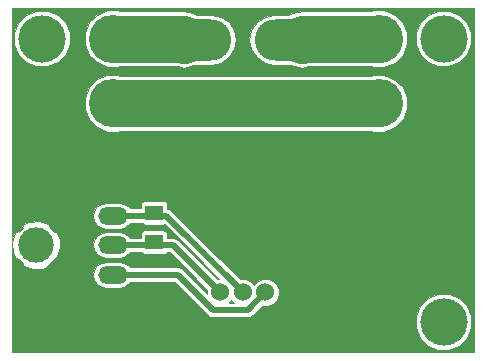
<source format=gbr>
G04 #@! TF.FileFunction,Copper,L2,Bot,Signal*
%FSLAX46Y46*%
G04 Gerber Fmt 4.6, Leading zero omitted, Abs format (unit mm)*
G04 Created by KiCad (PCBNEW 4.0.4-stable) date 12/02/16 17:32:34*
%MOMM*%
%LPD*%
G01*
G04 APERTURE LIST*
%ADD10C,0.100000*%
%ADD11O,2.500000X1.500000*%
%ADD12C,3.000000*%
%ADD13C,4.064000*%
%ADD14R,1.500000X1.300000*%
%ADD15C,1.524000*%
%ADD16O,8.000000X3.500000*%
%ADD17C,4.000000*%
%ADD18C,0.500000*%
%ADD19C,4.000000*%
%ADD20C,0.026000*%
G04 APERTURE END LIST*
D10*
D11*
X9000000Y-18000000D03*
X9000000Y-20500000D03*
X9000000Y-23000000D03*
D12*
X2500000Y-20500000D03*
D13*
X9000000Y-3000000D03*
X31500000Y-3000000D03*
X9000000Y-8500000D03*
X31500000Y-8500000D03*
D14*
X12500000Y-17750000D03*
X12500000Y-20250000D03*
D15*
X18090000Y-24500000D03*
X20000000Y-24500000D03*
X21910000Y-24500000D03*
D16*
X25000000Y-3100000D03*
X15000000Y-3100000D03*
D17*
X37000000Y-27000000D03*
X37000000Y-3000000D03*
X3000000Y-3000000D03*
D18*
X9000000Y-23000000D02*
X14500000Y-23000000D01*
X14500000Y-23000000D02*
X17500000Y-26000000D01*
X20410000Y-26000000D02*
X21910000Y-24500000D01*
X17500000Y-26000000D02*
X20410000Y-26000000D01*
D19*
X9000000Y-3000000D02*
X14900000Y-3000000D01*
X14900000Y-3000000D02*
X15000000Y-3100000D01*
X31500000Y-3000000D02*
X25100000Y-3000000D01*
X25100000Y-3000000D02*
X25000000Y-3100000D01*
X9000000Y-8500000D02*
X31500000Y-8500000D01*
D18*
X11500000Y-18000000D02*
X12250000Y-18000000D01*
X12250000Y-18000000D02*
X12500000Y-17750000D01*
X9000000Y-18000000D02*
X11500000Y-18000000D01*
X11500000Y-18000000D02*
X13500000Y-18000000D01*
X13500000Y-18000000D02*
X20000000Y-24500000D01*
X11500000Y-20500000D02*
X12250000Y-20500000D01*
X12250000Y-20500000D02*
X12500000Y-20250000D01*
X9000000Y-20500000D02*
X11500000Y-20500000D01*
X11500000Y-20500000D02*
X14090000Y-20500000D01*
X14090000Y-20500000D02*
X18090000Y-24500000D01*
D20*
G36*
X39562000Y-29562000D02*
X438000Y-29562000D01*
X438000Y-27467968D01*
X34636591Y-27467968D01*
X34995578Y-28336783D01*
X35659720Y-29002086D01*
X36527908Y-29362589D01*
X37467968Y-29363409D01*
X38336783Y-29004422D01*
X39002086Y-28340280D01*
X39362589Y-27472092D01*
X39363409Y-26532032D01*
X39004422Y-25663217D01*
X38340280Y-24997914D01*
X37472092Y-24637411D01*
X36532032Y-24636591D01*
X35663217Y-24995578D01*
X34997914Y-25659720D01*
X34637411Y-26527908D01*
X34636591Y-27467968D01*
X438000Y-27467968D01*
X438000Y-20256607D01*
X453831Y-20256607D01*
X516444Y-21058169D01*
X702729Y-21507901D01*
X975307Y-21683867D01*
X1012396Y-21646778D01*
X1352924Y-21987902D01*
X1316133Y-22024693D01*
X1492099Y-22297271D01*
X2256607Y-22546169D01*
X3058169Y-22483556D01*
X3507901Y-22297271D01*
X3683867Y-22024693D01*
X3646778Y-21987604D01*
X3987902Y-21647076D01*
X4024693Y-21683867D01*
X4297271Y-21507901D01*
X4546169Y-20743393D01*
X4483556Y-19941831D01*
X4297271Y-19492099D01*
X4024693Y-19316133D01*
X3987604Y-19353222D01*
X3647076Y-19012098D01*
X3683867Y-18975307D01*
X3507901Y-18702729D01*
X2743393Y-18453831D01*
X1941831Y-18516444D01*
X1492099Y-18702729D01*
X1316133Y-18975307D01*
X1353222Y-19012396D01*
X1012098Y-19352924D01*
X975307Y-19316133D01*
X702729Y-19492099D01*
X453831Y-20256607D01*
X438000Y-20256607D01*
X438000Y-18000000D01*
X7355399Y-18000000D01*
X7440121Y-18425927D01*
X7681389Y-18787010D01*
X8042472Y-19028278D01*
X8468399Y-19113000D01*
X9531601Y-19113000D01*
X9957528Y-19028278D01*
X10318611Y-18787010D01*
X10434881Y-18613000D01*
X11455702Y-18613000D01*
X11484702Y-18658068D01*
X11606006Y-18740951D01*
X11750000Y-18770111D01*
X13250000Y-18770111D01*
X13378937Y-18745849D01*
X18008015Y-23374928D01*
X17867205Y-23374805D01*
X17842094Y-23385181D01*
X14523456Y-20066544D01*
X14324585Y-19933662D01*
X14090000Y-19887000D01*
X13620111Y-19887000D01*
X13620111Y-19600000D01*
X13594799Y-19465480D01*
X13515298Y-19341932D01*
X13393994Y-19259049D01*
X13250000Y-19229889D01*
X11750000Y-19229889D01*
X11615480Y-19255201D01*
X11491932Y-19334702D01*
X11409049Y-19456006D01*
X11379889Y-19600000D01*
X11379889Y-19887000D01*
X10434881Y-19887000D01*
X10318611Y-19712990D01*
X9957528Y-19471722D01*
X9531601Y-19387000D01*
X8468399Y-19387000D01*
X8042472Y-19471722D01*
X7681389Y-19712990D01*
X7440121Y-20074073D01*
X7355399Y-20500000D01*
X7440121Y-20925927D01*
X7681389Y-21287010D01*
X8042472Y-21528278D01*
X8468399Y-21613000D01*
X9531601Y-21613000D01*
X9957528Y-21528278D01*
X10318611Y-21287010D01*
X10434881Y-21113000D01*
X11455702Y-21113000D01*
X11484702Y-21158068D01*
X11606006Y-21240951D01*
X11750000Y-21270111D01*
X13250000Y-21270111D01*
X13384520Y-21244799D01*
X13508068Y-21165298D01*
X13543801Y-21113000D01*
X13836088Y-21113000D01*
X16974917Y-24251830D01*
X16965196Y-24275242D01*
X16964914Y-24598001D01*
X14933456Y-22566544D01*
X14734585Y-22433662D01*
X14500000Y-22387000D01*
X10434881Y-22387000D01*
X10318611Y-22212990D01*
X9957528Y-21971722D01*
X9531601Y-21887000D01*
X8468399Y-21887000D01*
X8042472Y-21971722D01*
X7681389Y-22212990D01*
X7440121Y-22574073D01*
X7355399Y-23000000D01*
X7440121Y-23425927D01*
X7681389Y-23787010D01*
X8042472Y-24028278D01*
X8468399Y-24113000D01*
X9531601Y-24113000D01*
X9957528Y-24028278D01*
X10318611Y-23787010D01*
X10434881Y-23613000D01*
X14246088Y-23613000D01*
X17066544Y-26433457D01*
X17265415Y-26566338D01*
X17500000Y-26613000D01*
X20410000Y-26613000D01*
X20644585Y-26566338D01*
X20843456Y-26433456D01*
X21661830Y-25615082D01*
X21685242Y-25624804D01*
X22132795Y-25625195D01*
X22546429Y-25454285D01*
X22863172Y-25138093D01*
X23034804Y-24724758D01*
X23035195Y-24277205D01*
X22864285Y-23863571D01*
X22548093Y-23546828D01*
X22134758Y-23375196D01*
X21687205Y-23374805D01*
X21273571Y-23545715D01*
X20956828Y-23861907D01*
X20955209Y-23865807D01*
X20954285Y-23863571D01*
X20638093Y-23546828D01*
X20224758Y-23375196D01*
X19777205Y-23374805D01*
X19752094Y-23385181D01*
X13933456Y-17566544D01*
X13734585Y-17433662D01*
X13620111Y-17410892D01*
X13620111Y-17100000D01*
X13594799Y-16965480D01*
X13515298Y-16841932D01*
X13393994Y-16759049D01*
X13250000Y-16729889D01*
X11750000Y-16729889D01*
X11615480Y-16755201D01*
X11491932Y-16834702D01*
X11409049Y-16956006D01*
X11379889Y-17100000D01*
X11379889Y-17387000D01*
X10434881Y-17387000D01*
X10318611Y-17212990D01*
X9957528Y-16971722D01*
X9531601Y-16887000D01*
X8468399Y-16887000D01*
X8042472Y-16971722D01*
X7681389Y-17212990D01*
X7440121Y-17574073D01*
X7355399Y-18000000D01*
X438000Y-18000000D01*
X438000Y-8974305D01*
X6604585Y-8974305D01*
X6968434Y-9854886D01*
X7641570Y-10529198D01*
X8521515Y-10894584D01*
X9474305Y-10895415D01*
X9552755Y-10863000D01*
X30945452Y-10863000D01*
X31021515Y-10894584D01*
X31974305Y-10895415D01*
X32854886Y-10531566D01*
X33529198Y-9858430D01*
X33894584Y-8978485D01*
X33895415Y-8025695D01*
X33531566Y-7145114D01*
X32858430Y-6470802D01*
X31978485Y-6105416D01*
X31025695Y-6104585D01*
X30947245Y-6137000D01*
X9554548Y-6137000D01*
X9478485Y-6105416D01*
X8525695Y-6104585D01*
X7645114Y-6468434D01*
X6970802Y-7141570D01*
X6605416Y-8021515D01*
X6604585Y-8974305D01*
X438000Y-8974305D01*
X438000Y-3467968D01*
X636591Y-3467968D01*
X995578Y-4336783D01*
X1659720Y-5002086D01*
X2527908Y-5362589D01*
X3467968Y-5363409D01*
X4336783Y-5004422D01*
X5002086Y-4340280D01*
X5361670Y-3474305D01*
X6604585Y-3474305D01*
X6968434Y-4354886D01*
X7641570Y-5029198D01*
X8521515Y-5394584D01*
X9474305Y-5395415D01*
X9552755Y-5363000D01*
X14497269Y-5363000D01*
X15000000Y-5462999D01*
X15904280Y-5283127D01*
X16009233Y-5213000D01*
X17335476Y-5213000D01*
X18144086Y-5052157D01*
X18829593Y-4594117D01*
X19287633Y-3908610D01*
X19448476Y-3100000D01*
X20551524Y-3100000D01*
X20712367Y-3908610D01*
X21170407Y-4594117D01*
X21855914Y-5052157D01*
X22664524Y-5213000D01*
X23990767Y-5213000D01*
X24095719Y-5283127D01*
X25000000Y-5463000D01*
X25502733Y-5363000D01*
X30945452Y-5363000D01*
X31021515Y-5394584D01*
X31974305Y-5395415D01*
X32854886Y-5031566D01*
X33529198Y-4358430D01*
X33894584Y-3478485D01*
X33894593Y-3467968D01*
X34636591Y-3467968D01*
X34995578Y-4336783D01*
X35659720Y-5002086D01*
X36527908Y-5362589D01*
X37467968Y-5363409D01*
X38336783Y-5004422D01*
X39002086Y-4340280D01*
X39362589Y-3472092D01*
X39363409Y-2532032D01*
X39004422Y-1663217D01*
X38340280Y-997914D01*
X37472092Y-637411D01*
X36532032Y-636591D01*
X35663217Y-995578D01*
X34997914Y-1659720D01*
X34637411Y-2527908D01*
X34636591Y-3467968D01*
X33894593Y-3467968D01*
X33895415Y-2525695D01*
X33531566Y-1645114D01*
X32858430Y-970802D01*
X31978485Y-605416D01*
X31025695Y-604585D01*
X30947245Y-637000D01*
X25100000Y-637000D01*
X24195719Y-816873D01*
X23941106Y-987000D01*
X22664524Y-987000D01*
X21855914Y-1147843D01*
X21170407Y-1605883D01*
X20712367Y-2291390D01*
X20551524Y-3100000D01*
X19448476Y-3100000D01*
X19287633Y-2291390D01*
X18829593Y-1605883D01*
X18144086Y-1147843D01*
X17335476Y-987000D01*
X16058894Y-987000D01*
X15804281Y-816873D01*
X14900000Y-637000D01*
X9554548Y-637000D01*
X9478485Y-605416D01*
X8525695Y-604585D01*
X7645114Y-968434D01*
X6970802Y-1641570D01*
X6605416Y-2521515D01*
X6604585Y-3474305D01*
X5361670Y-3474305D01*
X5362589Y-3472092D01*
X5363409Y-2532032D01*
X5004422Y-1663217D01*
X4340280Y-997914D01*
X3472092Y-637411D01*
X2532032Y-636591D01*
X1663217Y-995578D01*
X997914Y-1659720D01*
X637411Y-2527908D01*
X636591Y-3467968D01*
X438000Y-3467968D01*
X438000Y-438000D01*
X39562000Y-438000D01*
X39562000Y-29562000D01*
X39562000Y-29562000D01*
G37*
X39562000Y-29562000D02*
X438000Y-29562000D01*
X438000Y-27467968D01*
X34636591Y-27467968D01*
X34995578Y-28336783D01*
X35659720Y-29002086D01*
X36527908Y-29362589D01*
X37467968Y-29363409D01*
X38336783Y-29004422D01*
X39002086Y-28340280D01*
X39362589Y-27472092D01*
X39363409Y-26532032D01*
X39004422Y-25663217D01*
X38340280Y-24997914D01*
X37472092Y-24637411D01*
X36532032Y-24636591D01*
X35663217Y-24995578D01*
X34997914Y-25659720D01*
X34637411Y-26527908D01*
X34636591Y-27467968D01*
X438000Y-27467968D01*
X438000Y-20256607D01*
X453831Y-20256607D01*
X516444Y-21058169D01*
X702729Y-21507901D01*
X975307Y-21683867D01*
X1012396Y-21646778D01*
X1352924Y-21987902D01*
X1316133Y-22024693D01*
X1492099Y-22297271D01*
X2256607Y-22546169D01*
X3058169Y-22483556D01*
X3507901Y-22297271D01*
X3683867Y-22024693D01*
X3646778Y-21987604D01*
X3987902Y-21647076D01*
X4024693Y-21683867D01*
X4297271Y-21507901D01*
X4546169Y-20743393D01*
X4483556Y-19941831D01*
X4297271Y-19492099D01*
X4024693Y-19316133D01*
X3987604Y-19353222D01*
X3647076Y-19012098D01*
X3683867Y-18975307D01*
X3507901Y-18702729D01*
X2743393Y-18453831D01*
X1941831Y-18516444D01*
X1492099Y-18702729D01*
X1316133Y-18975307D01*
X1353222Y-19012396D01*
X1012098Y-19352924D01*
X975307Y-19316133D01*
X702729Y-19492099D01*
X453831Y-20256607D01*
X438000Y-20256607D01*
X438000Y-18000000D01*
X7355399Y-18000000D01*
X7440121Y-18425927D01*
X7681389Y-18787010D01*
X8042472Y-19028278D01*
X8468399Y-19113000D01*
X9531601Y-19113000D01*
X9957528Y-19028278D01*
X10318611Y-18787010D01*
X10434881Y-18613000D01*
X11455702Y-18613000D01*
X11484702Y-18658068D01*
X11606006Y-18740951D01*
X11750000Y-18770111D01*
X13250000Y-18770111D01*
X13378937Y-18745849D01*
X18008015Y-23374928D01*
X17867205Y-23374805D01*
X17842094Y-23385181D01*
X14523456Y-20066544D01*
X14324585Y-19933662D01*
X14090000Y-19887000D01*
X13620111Y-19887000D01*
X13620111Y-19600000D01*
X13594799Y-19465480D01*
X13515298Y-19341932D01*
X13393994Y-19259049D01*
X13250000Y-19229889D01*
X11750000Y-19229889D01*
X11615480Y-19255201D01*
X11491932Y-19334702D01*
X11409049Y-19456006D01*
X11379889Y-19600000D01*
X11379889Y-19887000D01*
X10434881Y-19887000D01*
X10318611Y-19712990D01*
X9957528Y-19471722D01*
X9531601Y-19387000D01*
X8468399Y-19387000D01*
X8042472Y-19471722D01*
X7681389Y-19712990D01*
X7440121Y-20074073D01*
X7355399Y-20500000D01*
X7440121Y-20925927D01*
X7681389Y-21287010D01*
X8042472Y-21528278D01*
X8468399Y-21613000D01*
X9531601Y-21613000D01*
X9957528Y-21528278D01*
X10318611Y-21287010D01*
X10434881Y-21113000D01*
X11455702Y-21113000D01*
X11484702Y-21158068D01*
X11606006Y-21240951D01*
X11750000Y-21270111D01*
X13250000Y-21270111D01*
X13384520Y-21244799D01*
X13508068Y-21165298D01*
X13543801Y-21113000D01*
X13836088Y-21113000D01*
X16974917Y-24251830D01*
X16965196Y-24275242D01*
X16964914Y-24598001D01*
X14933456Y-22566544D01*
X14734585Y-22433662D01*
X14500000Y-22387000D01*
X10434881Y-22387000D01*
X10318611Y-22212990D01*
X9957528Y-21971722D01*
X9531601Y-21887000D01*
X8468399Y-21887000D01*
X8042472Y-21971722D01*
X7681389Y-22212990D01*
X7440121Y-22574073D01*
X7355399Y-23000000D01*
X7440121Y-23425927D01*
X7681389Y-23787010D01*
X8042472Y-24028278D01*
X8468399Y-24113000D01*
X9531601Y-24113000D01*
X9957528Y-24028278D01*
X10318611Y-23787010D01*
X10434881Y-23613000D01*
X14246088Y-23613000D01*
X17066544Y-26433457D01*
X17265415Y-26566338D01*
X17500000Y-26613000D01*
X20410000Y-26613000D01*
X20644585Y-26566338D01*
X20843456Y-26433456D01*
X21661830Y-25615082D01*
X21685242Y-25624804D01*
X22132795Y-25625195D01*
X22546429Y-25454285D01*
X22863172Y-25138093D01*
X23034804Y-24724758D01*
X23035195Y-24277205D01*
X22864285Y-23863571D01*
X22548093Y-23546828D01*
X22134758Y-23375196D01*
X21687205Y-23374805D01*
X21273571Y-23545715D01*
X20956828Y-23861907D01*
X20955209Y-23865807D01*
X20954285Y-23863571D01*
X20638093Y-23546828D01*
X20224758Y-23375196D01*
X19777205Y-23374805D01*
X19752094Y-23385181D01*
X13933456Y-17566544D01*
X13734585Y-17433662D01*
X13620111Y-17410892D01*
X13620111Y-17100000D01*
X13594799Y-16965480D01*
X13515298Y-16841932D01*
X13393994Y-16759049D01*
X13250000Y-16729889D01*
X11750000Y-16729889D01*
X11615480Y-16755201D01*
X11491932Y-16834702D01*
X11409049Y-16956006D01*
X11379889Y-17100000D01*
X11379889Y-17387000D01*
X10434881Y-17387000D01*
X10318611Y-17212990D01*
X9957528Y-16971722D01*
X9531601Y-16887000D01*
X8468399Y-16887000D01*
X8042472Y-16971722D01*
X7681389Y-17212990D01*
X7440121Y-17574073D01*
X7355399Y-18000000D01*
X438000Y-18000000D01*
X438000Y-8974305D01*
X6604585Y-8974305D01*
X6968434Y-9854886D01*
X7641570Y-10529198D01*
X8521515Y-10894584D01*
X9474305Y-10895415D01*
X9552755Y-10863000D01*
X30945452Y-10863000D01*
X31021515Y-10894584D01*
X31974305Y-10895415D01*
X32854886Y-10531566D01*
X33529198Y-9858430D01*
X33894584Y-8978485D01*
X33895415Y-8025695D01*
X33531566Y-7145114D01*
X32858430Y-6470802D01*
X31978485Y-6105416D01*
X31025695Y-6104585D01*
X30947245Y-6137000D01*
X9554548Y-6137000D01*
X9478485Y-6105416D01*
X8525695Y-6104585D01*
X7645114Y-6468434D01*
X6970802Y-7141570D01*
X6605416Y-8021515D01*
X6604585Y-8974305D01*
X438000Y-8974305D01*
X438000Y-3467968D01*
X636591Y-3467968D01*
X995578Y-4336783D01*
X1659720Y-5002086D01*
X2527908Y-5362589D01*
X3467968Y-5363409D01*
X4336783Y-5004422D01*
X5002086Y-4340280D01*
X5361670Y-3474305D01*
X6604585Y-3474305D01*
X6968434Y-4354886D01*
X7641570Y-5029198D01*
X8521515Y-5394584D01*
X9474305Y-5395415D01*
X9552755Y-5363000D01*
X14497269Y-5363000D01*
X15000000Y-5462999D01*
X15904280Y-5283127D01*
X16009233Y-5213000D01*
X17335476Y-5213000D01*
X18144086Y-5052157D01*
X18829593Y-4594117D01*
X19287633Y-3908610D01*
X19448476Y-3100000D01*
X20551524Y-3100000D01*
X20712367Y-3908610D01*
X21170407Y-4594117D01*
X21855914Y-5052157D01*
X22664524Y-5213000D01*
X23990767Y-5213000D01*
X24095719Y-5283127D01*
X25000000Y-5463000D01*
X25502733Y-5363000D01*
X30945452Y-5363000D01*
X31021515Y-5394584D01*
X31974305Y-5395415D01*
X32854886Y-5031566D01*
X33529198Y-4358430D01*
X33894584Y-3478485D01*
X33894593Y-3467968D01*
X34636591Y-3467968D01*
X34995578Y-4336783D01*
X35659720Y-5002086D01*
X36527908Y-5362589D01*
X37467968Y-5363409D01*
X38336783Y-5004422D01*
X39002086Y-4340280D01*
X39362589Y-3472092D01*
X39363409Y-2532032D01*
X39004422Y-1663217D01*
X38340280Y-997914D01*
X37472092Y-637411D01*
X36532032Y-636591D01*
X35663217Y-995578D01*
X34997914Y-1659720D01*
X34637411Y-2527908D01*
X34636591Y-3467968D01*
X33894593Y-3467968D01*
X33895415Y-2525695D01*
X33531566Y-1645114D01*
X32858430Y-970802D01*
X31978485Y-605416D01*
X31025695Y-604585D01*
X30947245Y-637000D01*
X25100000Y-637000D01*
X24195719Y-816873D01*
X23941106Y-987000D01*
X22664524Y-987000D01*
X21855914Y-1147843D01*
X21170407Y-1605883D01*
X20712367Y-2291390D01*
X20551524Y-3100000D01*
X19448476Y-3100000D01*
X19287633Y-2291390D01*
X18829593Y-1605883D01*
X18144086Y-1147843D01*
X17335476Y-987000D01*
X16058894Y-987000D01*
X15804281Y-816873D01*
X14900000Y-637000D01*
X9554548Y-637000D01*
X9478485Y-605416D01*
X8525695Y-604585D01*
X7645114Y-968434D01*
X6970802Y-1641570D01*
X6605416Y-2521515D01*
X6604585Y-3474305D01*
X5361670Y-3474305D01*
X5362589Y-3472092D01*
X5363409Y-2532032D01*
X5004422Y-1663217D01*
X4340280Y-997914D01*
X3472092Y-637411D01*
X2532032Y-636591D01*
X1663217Y-995578D01*
X997914Y-1659720D01*
X637411Y-2527908D01*
X636591Y-3467968D01*
X438000Y-3467968D01*
X438000Y-438000D01*
X39562000Y-438000D01*
X39562000Y-29562000D01*
G36*
X19045715Y-25136429D02*
X19295850Y-25387000D01*
X18793831Y-25387000D01*
X19043172Y-25138093D01*
X19044791Y-25134193D01*
X19045715Y-25136429D01*
X19045715Y-25136429D01*
G37*
X19045715Y-25136429D02*
X19295850Y-25387000D01*
X18793831Y-25387000D01*
X19043172Y-25138093D01*
X19044791Y-25134193D01*
X19045715Y-25136429D01*
M02*

</source>
